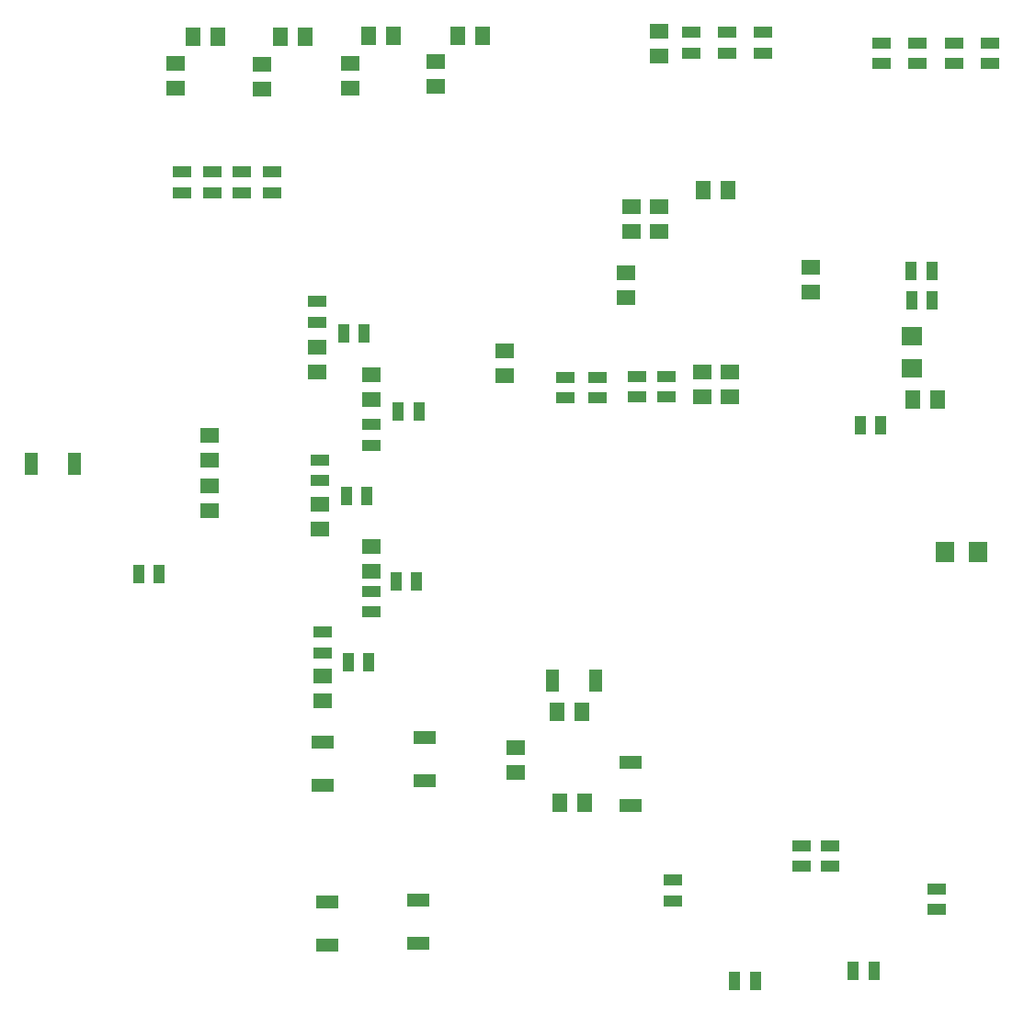
<source format=gbp>
G04*
G04 #@! TF.GenerationSoftware,Altium Limited,Altium Designer,23.5.1 (21)*
G04*
G04 Layer_Color=128*
%FSLAX44Y44*%
%MOMM*%
G71*
G04*
G04 #@! TF.SameCoordinates,19FF910F-FD56-46C1-A6BE-D3D33EAEA19E*
G04*
G04*
G04 #@! TF.FilePolarity,Positive*
G04*
G01*
G75*
%ADD40R,1.4000X1.7000*%
%ADD41R,1.7000X1.0000*%
%ADD47R,1.7000X1.4000*%
%ADD115R,1.0000X1.7000*%
%ADD116R,1.2700X2.1000*%
%ADD117R,2.1000X1.2700*%
%ADD118R,1.8000X1.8400*%
%ADD119R,1.8400X1.8000*%
D40*
X704850Y1337310D02*
D03*
X681990D02*
D03*
X784860D02*
D03*
X762000D02*
D03*
X948690Y1338580D02*
D03*
X925830D02*
D03*
X866140D02*
D03*
X843280D02*
D03*
X1017270Y715010D02*
D03*
X1040130D02*
D03*
X1019810Y631190D02*
D03*
X1042670D02*
D03*
X1367790Y1003300D02*
D03*
X1344930D02*
D03*
X1174750Y1196340D02*
D03*
X1151890D02*
D03*
D41*
X1242060Y572820D02*
D03*
Y591820D02*
D03*
X1268730Y572820D02*
D03*
Y591820D02*
D03*
X1366520Y551790D02*
D03*
Y532790D02*
D03*
X1123950Y560070D02*
D03*
Y541070D02*
D03*
X671830Y1193580D02*
D03*
Y1212580D02*
D03*
X699347Y1193580D02*
D03*
Y1212580D02*
D03*
X726863Y1193580D02*
D03*
Y1212580D02*
D03*
X754380Y1193580D02*
D03*
Y1212580D02*
D03*
X796290Y1074470D02*
D03*
Y1093470D02*
D03*
X801370Y769620D02*
D03*
Y788620D02*
D03*
X845820Y826110D02*
D03*
Y807110D02*
D03*
Y979780D02*
D03*
Y960780D02*
D03*
X798830Y928420D02*
D03*
Y947420D02*
D03*
X1206500Y1341610D02*
D03*
Y1322610D02*
D03*
X1140460Y1341610D02*
D03*
Y1322610D02*
D03*
X1173480Y1341610D02*
D03*
Y1322610D02*
D03*
X1382607Y1331570D02*
D03*
Y1312570D02*
D03*
X1349163Y1331570D02*
D03*
Y1312570D02*
D03*
X1315720Y1331570D02*
D03*
Y1312570D02*
D03*
X1416050Y1331570D02*
D03*
Y1312570D02*
D03*
X1024545Y1023486D02*
D03*
Y1004486D02*
D03*
X1053755Y1023486D02*
D03*
Y1004486D02*
D03*
X1090930Y1024230D02*
D03*
Y1005230D02*
D03*
X1117600D02*
D03*
Y1024230D02*
D03*
D47*
X845820Y1026160D02*
D03*
Y1003300D02*
D03*
Y867410D02*
D03*
Y844550D02*
D03*
X1111250Y1319530D02*
D03*
Y1342390D02*
D03*
X979170Y659130D02*
D03*
Y681990D02*
D03*
X697230Y923290D02*
D03*
Y900430D02*
D03*
Y947420D02*
D03*
Y970280D02*
D03*
X905510Y1314450D02*
D03*
Y1291590D02*
D03*
X745490Y1311910D02*
D03*
Y1289050D02*
D03*
X665480Y1313180D02*
D03*
Y1290320D02*
D03*
X826770Y1313180D02*
D03*
Y1290320D02*
D03*
X796290Y1028700D02*
D03*
Y1051560D02*
D03*
X801370Y725170D02*
D03*
Y748030D02*
D03*
X798830Y883920D02*
D03*
Y906780D02*
D03*
X1150620Y1005840D02*
D03*
Y1028700D02*
D03*
X1176020D02*
D03*
Y1005840D02*
D03*
X969010Y1047750D02*
D03*
Y1024890D02*
D03*
X1111250Y1181100D02*
D03*
Y1158240D02*
D03*
X1085850Y1181100D02*
D03*
Y1158240D02*
D03*
X1080770Y1097280D02*
D03*
Y1120140D02*
D03*
X1250950Y1125220D02*
D03*
Y1102360D02*
D03*
D115*
X1289710Y476250D02*
D03*
X1308710D02*
D03*
X1180490Y467360D02*
D03*
X1199490D02*
D03*
X650240Y842010D02*
D03*
X631240D02*
D03*
X839420Y1064260D02*
D03*
X820420D02*
D03*
X824280Y760730D02*
D03*
X843280D02*
D03*
X868680Y835660D02*
D03*
X887680D02*
D03*
X823010Y914400D02*
D03*
X842010D02*
D03*
X870610Y991870D02*
D03*
X889610D02*
D03*
X1315060Y979170D02*
D03*
X1296060D02*
D03*
X1343050Y1121410D02*
D03*
X1362050D02*
D03*
X1362710Y1094740D02*
D03*
X1343710D02*
D03*
D116*
X532600Y943610D02*
D03*
X572300D02*
D03*
X1012660Y744220D02*
D03*
X1052360D02*
D03*
D117*
X1084580Y668820D02*
D03*
Y629120D02*
D03*
X805180Y539750D02*
D03*
Y500050D02*
D03*
X889000Y502120D02*
D03*
Y541820D02*
D03*
X801370Y647700D02*
D03*
Y687400D02*
D03*
X895350Y651390D02*
D03*
Y691090D02*
D03*
D118*
X1374380Y862330D02*
D03*
X1404380D02*
D03*
D119*
X1343660Y1031480D02*
D03*
Y1061480D02*
D03*
M02*

</source>
